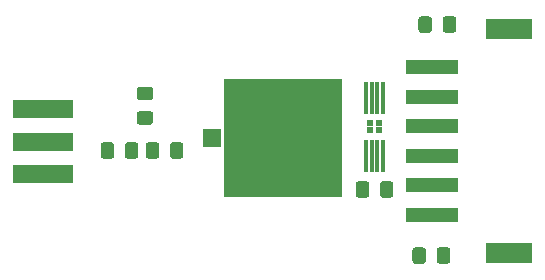
<source format=gbr>
%TF.GenerationSoftware,KiCad,Pcbnew,(5.1.6-0-10_14)*%
%TF.CreationDate,2021-01-05T12:33:51-08:00*%
%TF.ProjectId,pockels_modulator_pcb,706f636b-656c-4735-9f6d-6f64756c6174,rev?*%
%TF.SameCoordinates,Original*%
%TF.FileFunction,Paste,Top*%
%TF.FilePolarity,Positive*%
%FSLAX46Y46*%
G04 Gerber Fmt 4.6, Leading zero omitted, Abs format (unit mm)*
G04 Created by KiCad (PCBNEW (5.1.6-0-10_14)) date 2021-01-05 12:33:51*
%MOMM*%
%LPD*%
G01*
G04 APERTURE LIST*
%ADD10R,10.000000X10.000000*%
%ADD11R,1.500000X1.500000*%
%ADD12R,4.500000X1.300000*%
%ADD13R,3.900000X1.800000*%
%ADD14R,5.080000X1.600000*%
%ADD15R,0.600000X0.500000*%
%ADD16R,0.300000X2.750000*%
G04 APERTURE END LIST*
D10*
%TO.C,C1*%
X200000000Y-100000000D03*
D11*
X194000000Y-100000000D03*
%TD*%
D12*
%TO.C,J2*%
X212661500Y-94036500D03*
X212661500Y-96536500D03*
X212661500Y-99036500D03*
X212661500Y-101536500D03*
X212661500Y-104036500D03*
X212661500Y-106536500D03*
D13*
X219148100Y-90836500D03*
X219161500Y-109736500D03*
%TD*%
%TO.C,R1*%
G36*
G01*
X188791001Y-96841000D02*
X187890999Y-96841000D01*
G75*
G02*
X187641000Y-96591001I0J249999D01*
G01*
X187641000Y-95940999D01*
G75*
G02*
X187890999Y-95691000I249999J0D01*
G01*
X188791001Y-95691000D01*
G75*
G02*
X189041000Y-95940999I0J-249999D01*
G01*
X189041000Y-96591001D01*
G75*
G02*
X188791001Y-96841000I-249999J0D01*
G01*
G37*
G36*
G01*
X188791001Y-98891000D02*
X187890999Y-98891000D01*
G75*
G02*
X187641000Y-98641001I0J249999D01*
G01*
X187641000Y-97990999D01*
G75*
G02*
X187890999Y-97741000I249999J0D01*
G01*
X188791001Y-97741000D01*
G75*
G02*
X189041000Y-97990999I0J-249999D01*
G01*
X189041000Y-98641001D01*
G75*
G02*
X188791001Y-98891000I-249999J0D01*
G01*
G37*
%TD*%
D14*
%TO.C,J1*%
X179705000Y-103100000D03*
X179705000Y-97560000D03*
X179705000Y-100330000D03*
%TD*%
%TO.C,D2*%
G36*
G01*
X189551000Y-100641999D02*
X189551000Y-101542001D01*
G75*
G02*
X189301001Y-101792000I-249999J0D01*
G01*
X188650999Y-101792000D01*
G75*
G02*
X188401000Y-101542001I0J249999D01*
G01*
X188401000Y-100641999D01*
G75*
G02*
X188650999Y-100392000I249999J0D01*
G01*
X189301001Y-100392000D01*
G75*
G02*
X189551000Y-100641999I0J-249999D01*
G01*
G37*
G36*
G01*
X191601000Y-100641999D02*
X191601000Y-101542001D01*
G75*
G02*
X191351001Y-101792000I-249999J0D01*
G01*
X190700999Y-101792000D01*
G75*
G02*
X190451000Y-101542001I0J249999D01*
G01*
X190451000Y-100641999D01*
G75*
G02*
X190700999Y-100392000I249999J0D01*
G01*
X191351001Y-100392000D01*
G75*
G02*
X191601000Y-100641999I0J-249999D01*
G01*
G37*
%TD*%
%TO.C,D1*%
G36*
G01*
X186632000Y-101542001D02*
X186632000Y-100641999D01*
G75*
G02*
X186881999Y-100392000I249999J0D01*
G01*
X187532001Y-100392000D01*
G75*
G02*
X187782000Y-100641999I0J-249999D01*
G01*
X187782000Y-101542001D01*
G75*
G02*
X187532001Y-101792000I-249999J0D01*
G01*
X186881999Y-101792000D01*
G75*
G02*
X186632000Y-101542001I0J249999D01*
G01*
G37*
G36*
G01*
X184582000Y-101542001D02*
X184582000Y-100641999D01*
G75*
G02*
X184831999Y-100392000I249999J0D01*
G01*
X185482001Y-100392000D01*
G75*
G02*
X185732000Y-100641999I0J-249999D01*
G01*
X185732000Y-101542001D01*
G75*
G02*
X185482001Y-101792000I-249999J0D01*
G01*
X184831999Y-101792000D01*
G75*
G02*
X184582000Y-101542001I0J249999D01*
G01*
G37*
%TD*%
%TO.C,C2*%
G36*
G01*
X207331000Y-103943999D02*
X207331000Y-104844001D01*
G75*
G02*
X207081001Y-105094000I-249999J0D01*
G01*
X206430999Y-105094000D01*
G75*
G02*
X206181000Y-104844001I0J249999D01*
G01*
X206181000Y-103943999D01*
G75*
G02*
X206430999Y-103694000I249999J0D01*
G01*
X207081001Y-103694000D01*
G75*
G02*
X207331000Y-103943999I0J-249999D01*
G01*
G37*
G36*
G01*
X209381000Y-103943999D02*
X209381000Y-104844001D01*
G75*
G02*
X209131001Y-105094000I-249999J0D01*
G01*
X208480999Y-105094000D01*
G75*
G02*
X208231000Y-104844001I0J249999D01*
G01*
X208231000Y-103943999D01*
G75*
G02*
X208480999Y-103694000I249999J0D01*
G01*
X209131001Y-103694000D01*
G75*
G02*
X209381000Y-103943999I0J-249999D01*
G01*
G37*
%TD*%
%TO.C,R2*%
G36*
G01*
X213039000Y-110432001D02*
X213039000Y-109531999D01*
G75*
G02*
X213288999Y-109282000I249999J0D01*
G01*
X213939001Y-109282000D01*
G75*
G02*
X214189000Y-109531999I0J-249999D01*
G01*
X214189000Y-110432001D01*
G75*
G02*
X213939001Y-110682000I-249999J0D01*
G01*
X213288999Y-110682000D01*
G75*
G02*
X213039000Y-110432001I0J249999D01*
G01*
G37*
G36*
G01*
X210989000Y-110432001D02*
X210989000Y-109531999D01*
G75*
G02*
X211238999Y-109282000I249999J0D01*
G01*
X211889001Y-109282000D01*
G75*
G02*
X212139000Y-109531999I0J-249999D01*
G01*
X212139000Y-110432001D01*
G75*
G02*
X211889001Y-110682000I-249999J0D01*
G01*
X211238999Y-110682000D01*
G75*
G02*
X210989000Y-110432001I0J249999D01*
G01*
G37*
%TD*%
%TO.C,R3*%
G36*
G01*
X212647000Y-89973999D02*
X212647000Y-90874001D01*
G75*
G02*
X212397001Y-91124000I-249999J0D01*
G01*
X211746999Y-91124000D01*
G75*
G02*
X211497000Y-90874001I0J249999D01*
G01*
X211497000Y-89973999D01*
G75*
G02*
X211746999Y-89724000I249999J0D01*
G01*
X212397001Y-89724000D01*
G75*
G02*
X212647000Y-89973999I0J-249999D01*
G01*
G37*
G36*
G01*
X214697000Y-89973999D02*
X214697000Y-90874001D01*
G75*
G02*
X214447001Y-91124000I-249999J0D01*
G01*
X213796999Y-91124000D01*
G75*
G02*
X213547000Y-90874001I0J249999D01*
G01*
X213547000Y-89973999D01*
G75*
G02*
X213796999Y-89724000I249999J0D01*
G01*
X214447001Y-89724000D01*
G75*
G02*
X214697000Y-89973999I0J-249999D01*
G01*
G37*
%TD*%
D15*
%TO.C,U1*%
X207397000Y-99385000D03*
X208147000Y-99385000D03*
X207397000Y-98735000D03*
X208147000Y-98735000D03*
D16*
X208522000Y-101510000D03*
X208022000Y-101510000D03*
X207522000Y-101510000D03*
X207022000Y-101510000D03*
X207022000Y-96610000D03*
X207522000Y-96610000D03*
X208022000Y-96610000D03*
X208522000Y-96610000D03*
%TD*%
M02*

</source>
